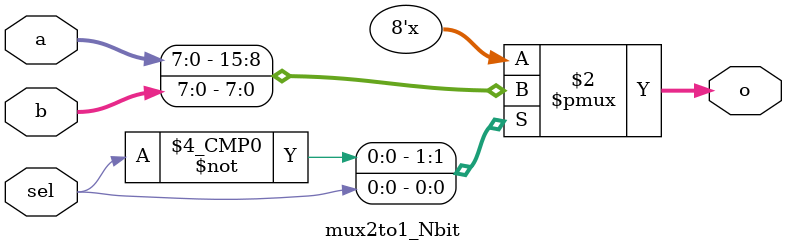
<source format=v>
`timescale 1ns / 1ps


module mux2to1_Nbit #(parameter N = 8) (
    output reg [N-1:0] o,
    input [N-1:0] a,
    input [N-1:0] b,
    input sel
    );
    always @(*) begin
        case (sel)
            0: o = a;
            1: o = b;
        endcase
    end
endmodule

</source>
